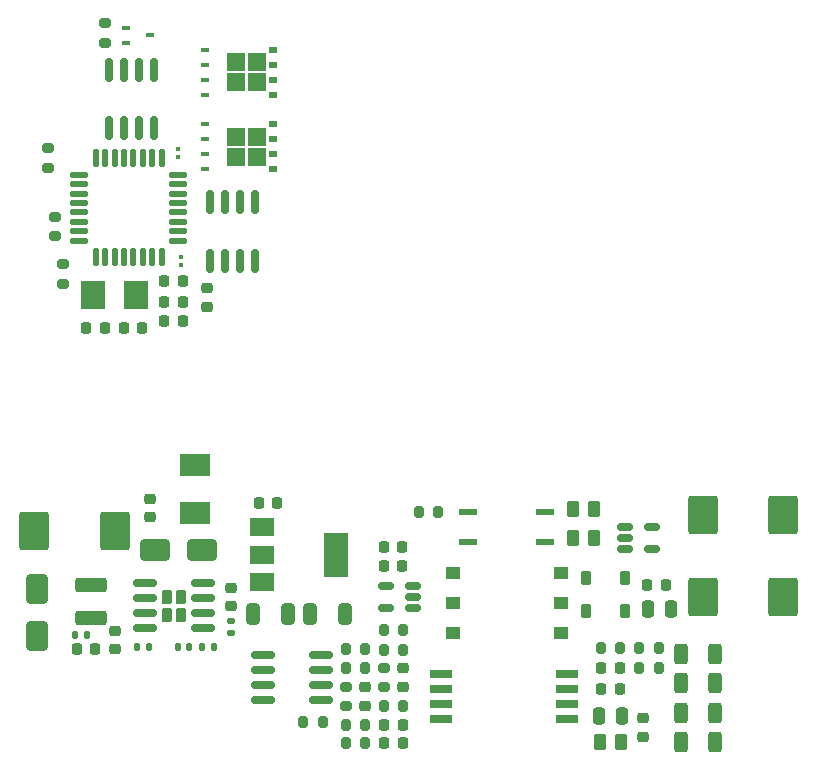
<source format=gbr>
%TF.GenerationSoftware,KiCad,Pcbnew,8.0.5*%
%TF.CreationDate,2024-10-09T02:25:36+03:00*%
%TF.ProjectId,DC-CDI,44432d43-4449-42e6-9b69-6361645f7063,rev?*%
%TF.SameCoordinates,Original*%
%TF.FileFunction,Paste,Top*%
%TF.FilePolarity,Positive*%
%FSLAX46Y46*%
G04 Gerber Fmt 4.6, Leading zero omitted, Abs format (unit mm)*
G04 Created by KiCad (PCBNEW 8.0.5) date 2024-10-09 02:25:36*
%MOMM*%
%LPD*%
G01*
G04 APERTURE LIST*
G04 Aperture macros list*
%AMRoundRect*
0 Rectangle with rounded corners*
0 $1 Rounding radius*
0 $2 $3 $4 $5 $6 $7 $8 $9 X,Y pos of 4 corners*
0 Add a 4 corners polygon primitive as box body*
4,1,4,$2,$3,$4,$5,$6,$7,$8,$9,$2,$3,0*
0 Add four circle primitives for the rounded corners*
1,1,$1+$1,$2,$3*
1,1,$1+$1,$4,$5*
1,1,$1+$1,$6,$7*
1,1,$1+$1,$8,$9*
0 Add four rect primitives between the rounded corners*
20,1,$1+$1,$2,$3,$4,$5,0*
20,1,$1+$1,$4,$5,$6,$7,0*
20,1,$1+$1,$6,$7,$8,$9,0*
20,1,$1+$1,$8,$9,$2,$3,0*%
G04 Aperture macros list end*
%ADD10RoundRect,0.225000X0.225000X0.250000X-0.225000X0.250000X-0.225000X-0.250000X0.225000X-0.250000X0*%
%ADD11RoundRect,0.135000X0.185000X-0.135000X0.185000X0.135000X-0.185000X0.135000X-0.185000X-0.135000X0*%
%ADD12RoundRect,0.150000X0.150000X-0.825000X0.150000X0.825000X-0.150000X0.825000X-0.150000X-0.825000X0*%
%ADD13RoundRect,0.225000X-0.225000X-0.250000X0.225000X-0.250000X0.225000X0.250000X-0.225000X0.250000X0*%
%ADD14RoundRect,0.250000X-0.250000X-0.475000X0.250000X-0.475000X0.250000X0.475000X-0.250000X0.475000X0*%
%ADD15RoundRect,0.200000X-0.200000X-0.275000X0.200000X-0.275000X0.200000X0.275000X-0.200000X0.275000X0*%
%ADD16RoundRect,0.200000X0.200000X0.275000X-0.200000X0.275000X-0.200000X-0.275000X0.200000X-0.275000X0*%
%ADD17RoundRect,0.225000X-0.250000X0.225000X-0.250000X-0.225000X0.250000X-0.225000X0.250000X0.225000X0*%
%ADD18RoundRect,0.250000X1.075000X-0.375000X1.075000X0.375000X-1.075000X0.375000X-1.075000X-0.375000X0*%
%ADD19RoundRect,0.150000X0.512500X0.150000X-0.512500X0.150000X-0.512500X-0.150000X0.512500X-0.150000X0*%
%ADD20RoundRect,0.250000X0.262500X0.450000X-0.262500X0.450000X-0.262500X-0.450000X0.262500X-0.450000X0*%
%ADD21RoundRect,0.250000X0.325000X0.650000X-0.325000X0.650000X-0.325000X-0.650000X0.325000X-0.650000X0*%
%ADD22RoundRect,0.150000X-0.512500X-0.150000X0.512500X-0.150000X0.512500X0.150000X-0.512500X0.150000X0*%
%ADD23RoundRect,0.140000X-0.140000X-0.170000X0.140000X-0.170000X0.140000X0.170000X-0.140000X0.170000X0*%
%ADD24RoundRect,0.079500X0.100500X-0.079500X0.100500X0.079500X-0.100500X0.079500X-0.100500X-0.079500X0*%
%ADD25RoundRect,0.200000X0.275000X-0.200000X0.275000X0.200000X-0.275000X0.200000X-0.275000X-0.200000X0*%
%ADD26RoundRect,0.250000X-0.312500X-0.625000X0.312500X-0.625000X0.312500X0.625000X-0.312500X0.625000X0*%
%ADD27R,2.000000X1.500000*%
%ADD28R,2.000000X3.800000*%
%ADD29RoundRect,0.250000X1.000000X0.650000X-1.000000X0.650000X-1.000000X-0.650000X1.000000X-0.650000X0*%
%ADD30RoundRect,0.135000X-0.135000X-0.185000X0.135000X-0.185000X0.135000X0.185000X-0.135000X0.185000X0*%
%ADD31RoundRect,0.125000X0.125000X-0.625000X0.125000X0.625000X-0.125000X0.625000X-0.125000X-0.625000X0*%
%ADD32RoundRect,0.125000X0.625000X-0.125000X0.625000X0.125000X-0.625000X0.125000X-0.625000X-0.125000X0*%
%ADD33RoundRect,0.250000X-0.325000X-0.650000X0.325000X-0.650000X0.325000X0.650000X-0.325000X0.650000X0*%
%ADD34R,2.000000X2.400000*%
%ADD35RoundRect,0.250000X1.000000X-1.400000X1.000000X1.400000X-1.000000X1.400000X-1.000000X-1.400000X0*%
%ADD36RoundRect,0.150000X0.825000X0.150000X-0.825000X0.150000X-0.825000X-0.150000X0.825000X-0.150000X0*%
%ADD37RoundRect,0.137500X-0.662500X-0.137500X0.662500X-0.137500X0.662500X0.137500X-0.662500X0.137500X0*%
%ADD38R,1.500000X1.500000*%
%ADD39R,0.750000X0.500000*%
%ADD40R,0.750000X0.400000*%
%ADD41RoundRect,0.225000X0.250000X-0.225000X0.250000X0.225000X-0.250000X0.225000X-0.250000X-0.225000X0*%
%ADD42RoundRect,0.225000X0.225000X0.375000X-0.225000X0.375000X-0.225000X-0.375000X0.225000X-0.375000X0*%
%ADD43RoundRect,0.230000X-0.230000X-0.375000X0.230000X-0.375000X0.230000X0.375000X-0.230000X0.375000X0*%
%ADD44RoundRect,0.150000X-0.825000X-0.150000X0.825000X-0.150000X0.825000X0.150000X-0.825000X0.150000X0*%
%ADD45RoundRect,0.250000X0.650000X-1.000000X0.650000X1.000000X-0.650000X1.000000X-0.650000X-1.000000X0*%
%ADD46RoundRect,0.218750X-0.256250X0.218750X-0.256250X-0.218750X0.256250X-0.218750X0.256250X0.218750X0*%
%ADD47RoundRect,0.218750X0.218750X0.256250X-0.218750X0.256250X-0.218750X-0.256250X0.218750X-0.256250X0*%
%ADD48R,1.905000X0.640000*%
%ADD49R,1.300000X1.100000*%
%ADD50RoundRect,0.200000X-0.275000X0.200000X-0.275000X-0.200000X0.275000X-0.200000X0.275000X0.200000X0*%
%ADD51RoundRect,0.079500X-0.100500X0.079500X-0.100500X-0.079500X0.100500X-0.079500X0.100500X0.079500X0*%
%ADD52R,2.500000X1.900000*%
%ADD53R,0.700000X0.450000*%
G04 APERTURE END LIST*
D10*
%TO.C,C6*%
X168397500Y-125965000D03*
X166847500Y-125965000D03*
%TD*%
D11*
%TO.C,R24*%
X153822500Y-118185000D03*
X153822500Y-117165000D03*
%TD*%
D12*
%TO.C,U9*%
X152095000Y-86675000D03*
X153365000Y-86675000D03*
X154635000Y-86675000D03*
X155905000Y-86675000D03*
X155905000Y-81725000D03*
X154635000Y-81725000D03*
X153365000Y-81725000D03*
X152095000Y-81725000D03*
%TD*%
D13*
%TO.C,C28*%
X148212500Y-91800000D03*
X149762500Y-91800000D03*
%TD*%
D14*
%TO.C,C1*%
X185050000Y-125200000D03*
X186950000Y-125200000D03*
%TD*%
D15*
%TO.C,R10*%
X166797500Y-119640000D03*
X168447500Y-119640000D03*
%TD*%
D10*
%TO.C,C29*%
X149775000Y-90200000D03*
X148225000Y-90200000D03*
%TD*%
D16*
%TO.C,R18*%
X165247500Y-127565000D03*
X163597500Y-127565000D03*
%TD*%
D17*
%TO.C,C14*%
X144000000Y-118025000D03*
X144000000Y-119575000D03*
%TD*%
D18*
%TO.C,L1*%
X142000000Y-116940000D03*
X142000000Y-114140000D03*
%TD*%
D19*
%TO.C,U4*%
X169285000Y-116115000D03*
X169285000Y-115165000D03*
X169285000Y-114215000D03*
X167010000Y-114215000D03*
X167010000Y-116115000D03*
%TD*%
D15*
%TO.C,R9*%
X166797500Y-117990000D03*
X168447500Y-117990000D03*
%TD*%
D13*
%TO.C,C2*%
X189122500Y-114165000D03*
X190672500Y-114165000D03*
%TD*%
D20*
%TO.C,R28*%
X184612500Y-107700000D03*
X182787500Y-107700000D03*
%TD*%
D21*
%TO.C,C26*%
X158697500Y-116565000D03*
X155747500Y-116565000D03*
%TD*%
D16*
%TO.C,R14*%
X165247500Y-121190000D03*
X163597500Y-121190000D03*
%TD*%
D17*
%TO.C,C10*%
X168422500Y-121215000D03*
X168422500Y-122765000D03*
%TD*%
D22*
%TO.C,U2*%
X187210000Y-109215000D03*
X187210000Y-110165000D03*
X187210000Y-111115000D03*
X189485000Y-111115000D03*
X189485000Y-109215000D03*
%TD*%
D23*
%TO.C,C24*%
X149342500Y-119365000D03*
X150302500Y-119365000D03*
%TD*%
D13*
%TO.C,C4*%
X185225000Y-122950000D03*
X186775000Y-122950000D03*
%TD*%
D24*
%TO.C,C18*%
X149600000Y-87025000D03*
X149600000Y-86335000D03*
%TD*%
D25*
%TO.C,R19*%
X139000000Y-84625000D03*
X139000000Y-82975000D03*
%TD*%
D20*
%TO.C,R1*%
X186912500Y-127450000D03*
X185087500Y-127450000D03*
%TD*%
D26*
%TO.C,R5*%
X191947500Y-127465000D03*
X194872500Y-127465000D03*
%TD*%
D27*
%TO.C,U8*%
X156447500Y-109265000D03*
X156447500Y-111565000D03*
D28*
X162747500Y-111565000D03*
D27*
X156447500Y-113865000D03*
%TD*%
D26*
%TO.C,R4*%
X191947500Y-124965000D03*
X194872500Y-124965000D03*
%TD*%
D29*
%TO.C,D7*%
X151422500Y-111165000D03*
X147422500Y-111165000D03*
%TD*%
D25*
%TO.C,R29*%
X138400000Y-78825000D03*
X138400000Y-77175000D03*
%TD*%
D10*
%TO.C,C9*%
X168322500Y-110965000D03*
X166772500Y-110965000D03*
%TD*%
D30*
%TO.C,R25*%
X151422500Y-119365000D03*
X152442500Y-119365000D03*
%TD*%
D31*
%TO.C,U1*%
X142400000Y-86375000D03*
X143200000Y-86375000D03*
X144000000Y-86375000D03*
X144800000Y-86375000D03*
X145600000Y-86375000D03*
X146400000Y-86375000D03*
X147200000Y-86375000D03*
X148000000Y-86375000D03*
D32*
X149375000Y-85000000D03*
X149375000Y-84200000D03*
X149375000Y-83400000D03*
X149375000Y-82600000D03*
X149375000Y-81800000D03*
X149375000Y-81000000D03*
X149375000Y-80200000D03*
X149375000Y-79400000D03*
D31*
X148000000Y-78025000D03*
X147200000Y-78025000D03*
X146400000Y-78025000D03*
X145600000Y-78025000D03*
X144800000Y-78025000D03*
X144000000Y-78025000D03*
X143200000Y-78025000D03*
X142400000Y-78025000D03*
D32*
X141025000Y-79400000D03*
X141025000Y-80200000D03*
X141025000Y-81000000D03*
X141025000Y-81800000D03*
X141025000Y-82600000D03*
X141025000Y-83400000D03*
X141025000Y-84200000D03*
X141025000Y-85000000D03*
%TD*%
D33*
%TO.C,C25*%
X160547500Y-116565000D03*
X163497500Y-116565000D03*
%TD*%
D10*
%TO.C,C7*%
X168322500Y-112565000D03*
X166772500Y-112565000D03*
%TD*%
D34*
%TO.C,Y1*%
X142150000Y-89600000D03*
X145850000Y-89600000D03*
%TD*%
D14*
%TO.C,C3*%
X189197500Y-116165000D03*
X191097500Y-116165000D03*
%TD*%
D26*
%TO.C,R2*%
X191947500Y-119965000D03*
X194872500Y-119965000D03*
%TD*%
D35*
%TO.C,D8*%
X193800000Y-115200000D03*
X200600000Y-115200000D03*
%TD*%
D30*
%TO.C,R22*%
X140622500Y-118365000D03*
X141642500Y-118365000D03*
%TD*%
D13*
%TO.C,C12*%
X140825000Y-119600000D03*
X142375000Y-119600000D03*
%TD*%
D15*
%TO.C,R15*%
X163597500Y-119590000D03*
X165247500Y-119590000D03*
%TD*%
D36*
%TO.C,U5*%
X161497500Y-123895000D03*
X161497500Y-122625000D03*
X161497500Y-121355000D03*
X161497500Y-120085000D03*
X156547500Y-120085000D03*
X156547500Y-121355000D03*
X156547500Y-122625000D03*
X156547500Y-123895000D03*
%TD*%
D37*
%TO.C,U10*%
X173950000Y-107930000D03*
X173950000Y-110470000D03*
X180450000Y-110470000D03*
X180450000Y-107930000D03*
%TD*%
D38*
%TO.C,Q2*%
X154325000Y-69870000D03*
X154325000Y-71570000D03*
X156025000Y-69870000D03*
X156025000Y-71570000D03*
D39*
X157430000Y-68815000D03*
X157430000Y-70085000D03*
X157430000Y-71355000D03*
X157430000Y-72625000D03*
D40*
X151625000Y-68815000D03*
X151625000Y-70085000D03*
X151625000Y-71355000D03*
X151625000Y-72625000D03*
%TD*%
D16*
%TO.C,R11*%
X168447500Y-124365000D03*
X166797500Y-124365000D03*
%TD*%
D35*
%TO.C,D5*%
X137200000Y-109600000D03*
X144000000Y-109600000D03*
%TD*%
D25*
%TO.C,R21*%
X143200000Y-68225000D03*
X143200000Y-66575000D03*
%TD*%
D41*
%TO.C,C22*%
X153822500Y-115940000D03*
X153822500Y-114390000D03*
%TD*%
D35*
%TO.C,D9*%
X193800000Y-108200000D03*
X200600000Y-108200000D03*
%TD*%
D15*
%TO.C,R17*%
X163597500Y-125965000D03*
X165247500Y-125965000D03*
%TD*%
D13*
%TO.C,C15*%
X141625000Y-92400000D03*
X143175000Y-92400000D03*
%TD*%
D42*
%TO.C,D3*%
X187197500Y-113565000D03*
X183897500Y-113565000D03*
%TD*%
D25*
%TO.C,R13*%
X163622500Y-124415000D03*
X163622500Y-122765000D03*
%TD*%
D41*
%TO.C,C17*%
X151800000Y-90575000D03*
X151800000Y-89025000D03*
%TD*%
D43*
%TO.C,U6*%
X148482500Y-115165000D03*
X148482500Y-116665000D03*
X149622500Y-115165000D03*
X149622500Y-116665000D03*
D44*
X146577500Y-114010000D03*
X146577500Y-115280000D03*
X146577500Y-116550000D03*
X146577500Y-117820000D03*
X151527500Y-117820000D03*
X151527500Y-116550000D03*
X151527500Y-115280000D03*
X151527500Y-114010000D03*
%TD*%
D12*
%TO.C,U7*%
X143495000Y-75475000D03*
X144765000Y-75475000D03*
X146035000Y-75475000D03*
X147305000Y-75475000D03*
X147305000Y-70525000D03*
X146035000Y-70525000D03*
X144765000Y-70525000D03*
X143495000Y-70525000D03*
%TD*%
D41*
%TO.C,C11*%
X165222500Y-124365000D03*
X165222500Y-122815000D03*
%TD*%
D45*
%TO.C,D6*%
X137400000Y-118462500D03*
X137400000Y-114462500D03*
%TD*%
D20*
%TO.C,R26*%
X184612500Y-110200000D03*
X182787500Y-110200000D03*
%TD*%
D46*
%TO.C,D1*%
X188750000Y-125412500D03*
X188750000Y-126987500D03*
%TD*%
D38*
%TO.C,Q3*%
X154325000Y-76175000D03*
X154325000Y-77875000D03*
X156025000Y-76175000D03*
X156025000Y-77875000D03*
D39*
X157430000Y-75120000D03*
X157430000Y-76390000D03*
X157430000Y-77660000D03*
X157430000Y-78930000D03*
D40*
X151625000Y-75120000D03*
X151625000Y-76390000D03*
X151625000Y-77660000D03*
X151625000Y-78930000D03*
%TD*%
D16*
%TO.C,R8*%
X186825000Y-119450000D03*
X185175000Y-119450000D03*
%TD*%
D47*
%TO.C,FB1*%
X149787500Y-88400000D03*
X148212500Y-88400000D03*
%TD*%
D26*
%TO.C,R3*%
X191947500Y-122465000D03*
X194872500Y-122465000D03*
%TD*%
D10*
%TO.C,C8*%
X168397500Y-127565000D03*
X166847500Y-127565000D03*
%TD*%
D25*
%TO.C,R20*%
X139600000Y-88625000D03*
X139600000Y-86975000D03*
%TD*%
D48*
%TO.C,U3*%
X182347500Y-125505000D03*
X182347500Y-124235000D03*
X182347500Y-122965000D03*
X182347500Y-121695000D03*
X171652500Y-121695000D03*
X171652500Y-122965000D03*
X171652500Y-124235000D03*
X171652500Y-125505000D03*
%TD*%
D41*
%TO.C,C23*%
X147000000Y-108375000D03*
X147000000Y-106825000D03*
%TD*%
D30*
%TO.C,R23*%
X145912500Y-119365000D03*
X146932500Y-119365000D03*
%TD*%
D49*
%TO.C,TR1*%
X181770000Y-118240000D03*
X181770000Y-115700000D03*
X181770000Y-113160000D03*
X172630000Y-113160000D03*
X172630000Y-115700000D03*
X172630000Y-118240000D03*
%TD*%
D15*
%TO.C,R6*%
X188425000Y-119450000D03*
X190075000Y-119450000D03*
%TD*%
D50*
%TO.C,R12*%
X166822500Y-121165000D03*
X166822500Y-122815000D03*
%TD*%
D51*
%TO.C,C19*%
X149400000Y-77255000D03*
X149400000Y-77945000D03*
%TD*%
D52*
%TO.C,L2*%
X150800000Y-108050000D03*
X150800000Y-103950000D03*
%TD*%
D15*
%TO.C,R7*%
X188425000Y-121200000D03*
X190075000Y-121200000D03*
%TD*%
D42*
%TO.C,D2*%
X187197500Y-116365000D03*
X183897500Y-116365000D03*
%TD*%
D15*
%TO.C,R16*%
X159997500Y-125740000D03*
X161647500Y-125740000D03*
%TD*%
D10*
%TO.C,C16*%
X146330000Y-92415000D03*
X144780000Y-92415000D03*
%TD*%
D13*
%TO.C,C5*%
X185225000Y-121200000D03*
X186775000Y-121200000D03*
%TD*%
D10*
%TO.C,C27*%
X157775000Y-107200000D03*
X156225000Y-107200000D03*
%TD*%
D15*
%TO.C,R27*%
X169775000Y-108000000D03*
X171425000Y-108000000D03*
%TD*%
D53*
%TO.C,D4*%
X145000000Y-66950000D03*
X145000000Y-68250000D03*
X147000000Y-67600000D03*
%TD*%
M02*

</source>
